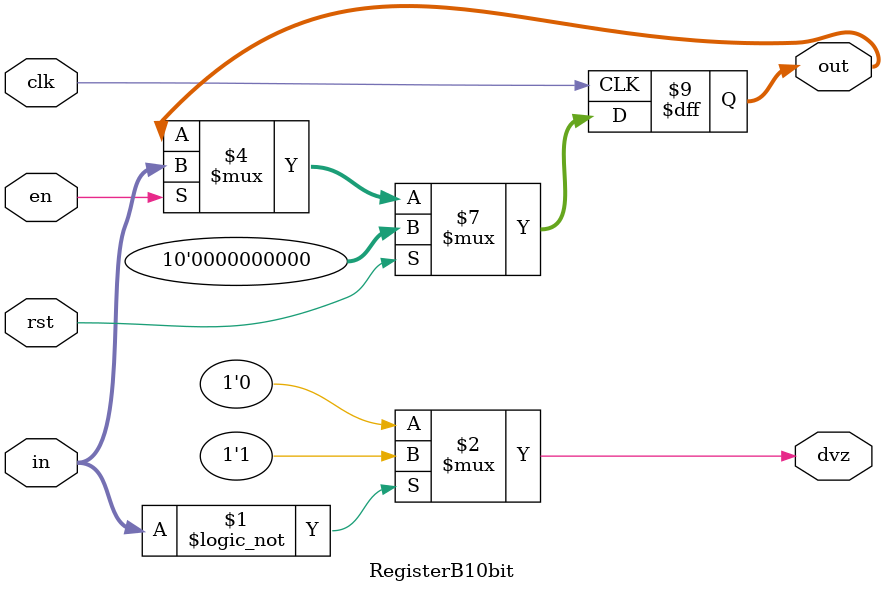
<source format=v>
module RegisterB10bit(in, en, rst, clk, out, dvz);
    parameter N = 10;

    input [N-1:0] in;
    input  en, clk, rst;

    output reg [N-1:0] out;
    output  dvz;


    assign dvz = (in == 0) ? 1'b1 : 1'b0 ;

    always @(posedge clk ) begin
        if (rst)
            out <= 10'b0000000000;
  
        else if (en)
            out <= in;
    end

endmodule

</source>
